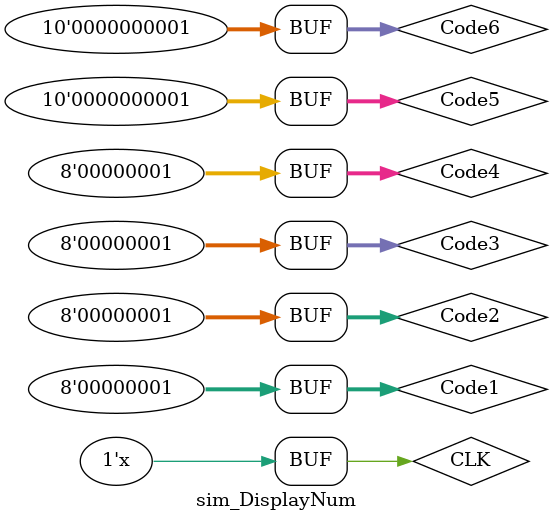
<source format=v>
`timescale 1ns / 1ps


module sim_DisplayNum(

    );
    reg CLK;
    wire [7:0]Code1;
    wire [7:0]Code2;
    wire [7:0]Code3;
    wire [7:0]Code4;
    wire [9:0]Code5;
    wire [9:0]Code6;
    wire [6:0]Figure1;
    wire [6:0]Figure2;
    wire [3:0]DN0;
    wire [3:0]DN1;
    initial
    begin 
        CLK = 0;
    end
    DisplayNum DN(CLK, Code1, Code2, Code3, Code4, Code5, Code6, Figure1, Figure2, DN0, DN1);
    always #1
        CLK = CLK + 1;

    assign Code1 = 1;
    assign Code2 = 1;
    assign Code3 = 1;
    assign Code4 = 1;
    assign Code5 = 1;
    assign Code6 = 1;
endmodule

</source>
